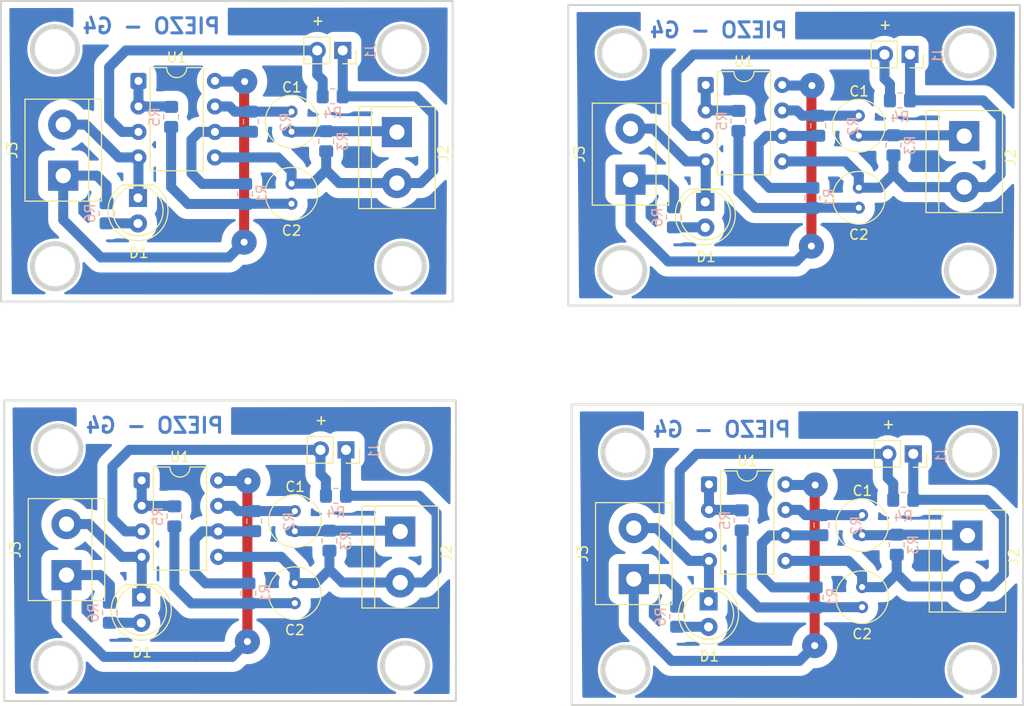
<source format=kicad_pcb>
(kicad_pcb (version 20241229) (generator "pcbnew") (generator_version "9.0")
  (layers (0 "F.Cu" signal) (2 "B.Cu" signal) (13 "F.Paste" user) (15 "B.Paste" user) (5 "F.SilkS" user "F.Silkscreen") (7 "B.SilkS" user "B.Silkscreen") (1 "F.Mask" user) (3 "B.Mask" user) (25 "Edge.Cuts" user))
  (net 0 "")
  (net 1 "Net-(C1-Pad1)")
  (net 2 "/GND")
  (net 3 "/FT_B+")
  (net 4 "/2,5V")
  (net 5 "Net-(U1A--)")
  (net 6 "/VOUT")
  (net 7 "/VOT_PB")
  (net 8 "Net-(D1-A)")
  (net 9 "Net-(U1B--)")
  (net 10 "/12V")
  (footprint "TerminalBlock:TerminalBlock_bornier-2_P5.08mm" (layer "F.Cu") (at 252.45 137.285 -90)
    (property "Reference" "J2")
    (property "Value" "SALIDA_B")
  )
  (footprint "Package_DIP:DIP-8_W7.62mm" (layer "F.Cu") (at 226.37 92.39)
    (property "Reference" "U1")
    (property "Value" "TL082")
  )
  (footprint "LED_THT:LED_D5.0mm" (layer "F.Cu") (at 226.65 143.85 -90)
    (property "Reference" "D1")
    (property "Value" "LED")
  )
  (footprint "Package_DIP:DIP-8_W7.62mm" (layer "F.Cu") (at 169.845 91.99)
    (property "Reference" "U1")
    (property "Value" "TL082")
  )
  (footprint "TerminalBlock:TerminalBlock_bornier-2_P5.08mm" (layer "F.Cu") (at 195.6 97.085 -90)
    (property "Reference" "J2")
    (property "Value" "SALIDA_B")
  )
  (footprint "Capacitor_THT:C_Radial_D5.0mm_H7.0mm_P2.00mm" (layer "F.Cu") (at 241.625 95.45 -90)
    (property "Reference" "C1")
    (property "Value" "100uF")
  )
  (footprint "Package_DIP:DIP-8_W7.62mm" (layer "F.Cu") (at 170.17 131.79)
    (property "Reference" "U1")
    (property "Value" "TL082")
  )
  (footprint "Capacitor_THT:C_Radial_D5.0mm_H7.0mm_P2.00mm" (layer "F.Cu") (at 241.95 142.425 -90)
    (property "Reference" "C2")
    (property "Value" "10uF")
  )
  (footprint "LED_THT:LED_D5.0mm" (layer "F.Cu") (at 169.8 103.65 -90)
    (property "Reference" "D1")
    (property "Value" "LED")
  )
  (footprint "Capacitor_THT:C_Radial_D5.0mm_H7.0mm_P2.00mm" (layer "F.Cu") (at 241.95 135.25 -90)
    (property "Reference" "C1")
    (property "Value" "100uF")
  )
  (footprint "TerminalBlock:TerminalBlock_bornier-2_P5.08mm" (layer "F.Cu") (at 162.675 141.225 90)
    (property "Reference" "J3")
    (property "Value" "ALIMENTACION_B")
  )
  (footprint "Capacitor_THT:C_Radial_D5.0mm_H7.0mm_P2.00mm" (layer "F.Cu") (at 185.425 134.85 -90)
    (property "Reference" "C1")
    (property "Value" "100uF")
  )
  (footprint "TerminalBlock:TerminalBlock_bornier-2_P5.08mm" (layer "F.Cu") (at 252.125 97.485 -90)
    (property "Reference" "J2")
    (property "Value" "SALIDA_B")
  )
  (footprint "Package_DIP:DIP-8_W7.62mm" (layer "F.Cu") (at 226.695 132.19)
    (property "Reference" "U1")
    (property "Value" "TL082")
  )
  (footprint "Capacitor_THT:C_Radial_D5.0mm_H7.0mm_P2.00mm" (layer "F.Cu") (at 241.625 102.625 -90)
    (property "Reference" "C2")
    (property "Value" "10uF")
  )
  (footprint "Capacitor_THT:C_Radial_D5.0mm_H7.0mm_P2.00mm" (layer "F.Cu") (at 185.425 142.025 -90)
    (property "Reference" "C2")
    (property "Value" "10uF")
  )
  (footprint "TerminalBlock:TerminalBlock_bornier-2_P5.08mm" (layer "F.Cu") (at 219.2 141.625 90)
    (property "Reference" "J3")
    (property "Value" "ALIMENTACION_B")
  )
  (footprint "Capacitor_THT:C_Radial_D5.0mm_H7.0mm_P2.00mm" (layer "F.Cu") (at 185.1 102.225 -90)
    (property "Reference" "C2")
    (property "Value" "10uF")
  )
  (footprint "Connector_PinSocket_2.54mm:PinSocket_1x02_P2.54mm_Vertical" (layer "F.Cu") (at 190.2 88.95 -90)
    (property "Reference" "J1")
    (property "Value" "PIEZO_B")
  )
  (footprint "TerminalBlock:TerminalBlock_bornier-2_P5.08mm" (layer "F.Cu") (at 195.925 136.885 -90)
    (property "Reference" "J2")
    (property "Value" "SALIDA_B")
  )
  (footprint "Connector_PinSocket_2.54mm:PinSocket_1x02_P2.54mm_Vertical" (layer "F.Cu") (at 246.725 89.35 -90)
    (property "Reference" "J1")
    (property "Value" "PIEZO_B")
  )
  (footprint "TerminalBlock:TerminalBlock_bornier-2_P5.08mm" (layer "F.Cu") (at 218.875 101.825 90)
    (property "Reference" "J3")
    (property "Value" "ALIMENTACION_B")
  )
  (footprint "Connector_PinSocket_2.54mm:PinSocket_1x02_P2.54mm_Vertical" (layer "F.Cu") (at 190.525 128.75 -90)
    (property "Reference" "J1")
    (property "Value" "PIEZO_B")
  )
  (footprint "Capacitor_THT:C_Radial_D5.0mm_H7.0mm_P2.00mm" (layer "F.Cu") (at 185.1 95.05 -90)
    (property "Reference" "C1")
    (property "Value" "100uF")
  )
  (footprint "Connector_PinSocket_2.54mm:PinSocket_1x02_P2.54mm_Vertical" (layer "F.Cu") (at 247.05 129.15 -90)
    (property "Reference" "J1")
    (property "Value" "PIEZO_B")
  )
  (footprint "TerminalBlock:TerminalBlock_bornier-2_P5.08mm" (layer "F.Cu") (at 162.35 101.425 90)
    (property "Reference" "J3")
    (property "Value" "ALIMENTACION_B")
  )
  (footprint "LED_THT:LED_D5.0mm" (layer "F.Cu") (at 226.325 104.05 -90)
    (property "Reference" "D1")
    (property "Value" "LED")
  )
  (footprint "LED_THT:LED_D5.0mm" (layer "F.Cu") (at 170.125 143.45 -90)
    (property "Reference" "D1")
    (property "Value" "LED")
  )
  (footprint "Resistor_SMD:R_0805_2012Metric_Pad1.20x1.40mm_HandSolder" (layer "B.Cu") (at 189.525 133.325)
    (property "Reference" "R4")
    (property "Value" "10M")
  )
  (footprint "Resistor_SMD:R_0805_2012Metric_Pad1.20x1.40mm_HandSolder" (layer "B.Cu") (at 188.55 98 90)
    (property "Reference" "R3")
    (property "Value" "10k")
  )
  (footprint "Resistor_SMD:R_0805_2012Metric_Pad1.20x1.40mm_HandSolder" (layer "B.Cu") (at 237.325 143.45 90)
    (property "Reference" "R1")
    (property "Value" "1k")
  )
  (footprint "Resistor_SMD:R_0805_2012Metric_Pad1.20x1.40mm_HandSolder" (layer "B.Cu") (at 173.1 95.575 -90)
    (property "Reference" "R5")
    (property "Value" "10k")
  )
  (footprint "Resistor_SMD:R_0805_2012Metric_Pad1.20x1.40mm_HandSolder" (layer "B.Cu") (at 188.875 137.8 90)
    (property "Reference" "R3")
    (property "Value" "10k")
  )
  (footprint "Resistor_SMD:R_0805_2012Metric_Pad1.20x1.40mm_HandSolder" (layer "B.Cu") (at 180.475 103.25 90)
    (property "Reference" "R1")
    (property "Value" "1k")
  )
  (footprint "Resistor_SMD:R_0805_2012Metric_Pad1.20x1.40mm_HandSolder" (layer "B.Cu") (at 246.05 133.725)
    (property "Reference" "R4")
    (property "Value" "10M")
  )
  (footprint "Resistor_SMD:R_0805_2012Metric_Pad1.20x1.40mm_HandSolder" (layer "B.Cu") (at 223.525 145.375 -90)
    (property "Reference" "R6")
    (property "Value" "10k")
  )
  (footprint "Resistor_SMD:R_0805_2012Metric_Pad1.20x1.40mm_HandSolder" (layer "B.Cu") (at 181.05 96.05 90)
    (property "Reference" "R2")
    (property "Value" "4.7k")
  )
  (footprint "Resistor_SMD:R_0805_2012Metric_Pad1.20x1.40mm_HandSolder" (layer "B.Cu") (at 237.9 136.25 90)
    (property "Reference" "R2")
    (property "Value" "4.7k")
  )
  (footprint "Resistor_SMD:R_0805_2012Metric_Pad1.20x1.40mm_HandSolder" (layer "B.Cu") (at 245.725 93.925)
    (property "Reference" "R4")
    (property "Value" "10M")
  )
  (footprint "Resistor_SMD:R_0805_2012Metric_Pad1.20x1.40mm_HandSolder" (layer "B.Cu") (at 167 144.975 -90)
    (property "Reference" "R6")
    (property "Value" "10k")
  )
  (footprint "Resistor_SMD:R_0805_2012Metric_Pad1.20x1.40mm_HandSolder" (layer "B.Cu") (at 245.075 98.4 90)
    (property "Reference" "R3")
    (property "Value" "10k")
  )
  (footprint "Resistor_SMD:R_0805_2012Metric_Pad1.20x1.40mm_HandSolder" (layer "B.Cu") (at 189.2 93.525)
    (property "Reference" "R4")
    (property "Value" "10M")
  )
  (footprint "Resistor_SMD:R_0805_2012Metric_Pad1.20x1.40mm_HandSolder" (layer "B.Cu") (at 229.95 135.775 -90)
    (property "Reference" "R5")
    (property "Value" "10k")
  )
  (footprint "Resistor_SMD:R_0805_2012Metric_Pad1.20x1.40mm_HandSolder" (layer "B.Cu") (at 245.4 138.2 90)
    (property "Reference" "R3")
    (property "Value" "10k")
  )
  (footprint "Resistor_SMD:R_0805_2012Metric_Pad1.20x1.40mm_HandSolder" (layer "B.Cu") (at 166.675 105.175 -90)
    (property "Reference" "R6")
    (property "Value" "10k")
  )
  (footprint "Resistor_SMD:R_0805_2012Metric_Pad1.20x1.40mm_HandSolder" (layer "B.Cu") (at 181.375 135.85 90)
    (property "Reference" "R2")
    (property "Value" "4.7k")
  )
  (footprint "Resistor_SMD:R_0805_2012Metric_Pad1.20x1.40mm_HandSolder" (layer "B.Cu") (at 237 103.65 90)
    (property "Reference" "R1")
    (property "Value" "1k")
  )
  (footprint "Resistor_SMD:R_0805_2012Metric_Pad1.20x1.40mm_HandSolder" (layer "B.Cu") (at 223.2 105.575 -90)
    (property "Reference" "R6")
    (property "Value" "10k")
  )
  (footprint "Resistor_SMD:R_0805_2012Metric_Pad1.20x1.40mm_HandSolder" (layer "B.Cu") (at 173.425 135.375 -90)
    (property "Reference" "R5")
    (property "Value" "10k")
  )
  (footprint "Resistor_SMD:R_0805_2012Metric_Pad1.20x1.40mm_HandSolder" (layer "B.Cu") (at 180.8 143.05 90)
    (property "Reference" "R1")
    (property "Value" "1k")
  )
  (footprint "Resistor_SMD:R_0805_2012Metric_Pad1.20x1.40mm_HandSolder" (layer "B.Cu") (at 229.625 95.975 -90)
    (property "Reference" "R5")
    (property "Value" "10k")
  )
  (footprint "Resistor_SMD:R_0805_2012Metric_Pad1.20x1.40mm_HandSolder" (layer "B.Cu") (at 237.575 96.45 90)
    (property "Reference" "R2")
    (property "Value" "4.7k")
  )
  (gr_circle (center 252.925 129.025) (end 255.175 129.025) (stroke (width 0.5)) (fill no) (layer "Edge.Cuts"))
  (gr_circle (center 161.85 150.25) (end 164.1 150.25) (stroke (width 0.5)) (fill no) (layer "Edge.Cuts"))
  (gr_circle (center 161.525 110.45) (end 163.775 110.45) (stroke (width 0.5)) (fill no) (layer "Edge.Cuts"))
  (gr_circle (center 196.075 110.45) (end 198.325 110.45) (stroke (width 0.5)) (fill no) (layer "Edge.Cuts"))
  (gr_rect (start 212.675 84.425) (end 257.675 114.375) (stroke (width 0.2)) (fill no) (layer "Edge.Cuts"))
  (gr_circle (center 161.85 128.625) (end 164.1 128.625) (stroke (width 0.5)) (fill no) (layer "Edge.Cuts"))
  (gr_circle (center 218.05 110.85) (end 220.3 110.85) (stroke (width 0.5)) (fill no) (layer "Edge.Cuts"))
  (gr_circle (center 196.075 88.825) (end 198.325 88.825) (stroke (width 0.5)) (fill no) (layer "Edge.Cuts"))
  (gr_rect (start 156.475 123.825) (end 201.475 153.775) (stroke (width 0.2)) (fill no) (layer "Edge.Cuts"))
  (gr_circle (center 218.375 129.025) (end 220.625 129.025) (stroke (width 0.5)) (fill no) (layer "Edge.Cuts"))
  (gr_circle (center 161.525 88.825) (end 163.775 88.825) (stroke (width 0.5)) (fill no) (layer "Edge.Cuts"))
  (gr_circle (center 252.925 150.65) (end 255.175 150.65) (stroke (width 0.5)) (fill no) (layer "Edge.Cuts"))
  (gr_circle (center 252.6 89.225) (end 254.85 89.225) (stroke (width 0.5)) (fill no) (layer "Edge.Cuts"))
  (gr_rect (start 213 124.225) (end 258 154.175) (stroke (width 0.2)) (fill no) (layer "Edge.Cuts"))
  (gr_circle (center 196.4 150.25) (end 198.65 150.25) (stroke (width 0.5)) (fill no) (layer "Edge.Cuts"))
  (gr_circle (center 218.375 150.65) (end 220.625 150.65) (stroke (width 0.5)) (fill no) (layer "Edge.Cuts"))
  (gr_circle (center 196.4 128.625) (end 198.65 128.625) (stroke (width 0.5)) (fill no) (layer "Edge.Cuts"))
  (gr_rect (start 156.15 84.025) (end 201.15 113.975) (stroke (width 0.2)) (fill no) (layer "Edge.Cuts"))
  (gr_circle (center 252.6 110.85) (end 254.85 110.85) (stroke (width 0.5)) (fill no) (layer "Edge.Cuts"))
  (gr_circle (center 218.05 89.225) (end 220.3 89.225) (stroke (width 0.5)) (fill no) (layer "Edge.Cuts"))
  (gr_text "PIEZO - G4" (at 178.475 127.2 0) (layer "B.Cu") (effects (font (size 1.5 1.5) (thickness 0.3) (bold yes)) (justify left bottom mirror)))
  (gr_text "PIEZO - G4" (at 235 127.6 0) (layer "B.Cu") (effects (font (size 1.5 1.5) (thickness 0.3) (bold yes)) (justify left bottom mirror)))
  (gr_text "PIEZO - G4" (at 178.15 87.4 0) (layer "B.Cu") (effects (font (size 1.5 1.5) (thickness 0.3) (bold yes)) (justify left bottom mirror)))
  (gr_text "PIEZO - G4" (at 234.675 87.8 0) (layer "B.Cu") (effects (font (size 1.5 1.5) (thickness 0.3) (bold yes)) (justify left bottom mirror)))
  (gr_text "+" (at 188.775 126.35 0) (layer "F.SilkS") (effects (font (size 1 1)) (justify left bottom mirror)))
  (gr_text "+" (at 245.3 126.75 0) (layer "F.SilkS") (effects (font (size 1 1)) (justify left bottom mirror)))
  (gr_text "+" (at 244.975 86.95 0) (layer "F.SilkS") (effects (font (size 1 1)) (justify left bottom mirror)))
  (gr_text "+" (at 188.45 86.55 0) (layer "F.SilkS") (effects (font (size 1 1)) (justify left bottom mirror)))
  (segment (start 181.05 95.05) (end 184.65 95.05) (width 1) (layer "B.Cu") (net 1))
  (segment (start 234.315 134.73) (end 235.78 134.73) (width 1) (layer "B.Cu") (net 1))
  (segment (start 181.375 134.85) (end 184.975 134.85) (width 1) (layer "B.Cu") (net 1))
  (segment (start 235.78 134.73) (end 236.3 135.25) (width 1) (layer "B.Cu") (net 1))
  (segment (start 237.575 95.45) (end 241.175 95.45) (width 1) (layer "B.Cu") (net 1))
  (segment (start 235.975 95.45) (end 237.575 95.45) (width 1) (layer "B.Cu") (net 1))
  (segment (start 178.93 94.53) (end 179.45 95.05) (width 1) (layer "B.Cu") (net 1))
  (segment (start 237.9 135.25) (end 241.5 135.25) (width 1) (layer "B.Cu") (net 1))
  (segment (start 177.79 134.33) (end 179.255 134.33) (width 1) (layer "B.Cu") (net 1))
  (segment (start 179.45 95.05) (end 181.05 95.05) (width 1) (layer "B.Cu") (net 1))
  (segment (start 235.455 94.93) (end 235.975 95.45) (width 1) (layer "B.Cu") (net 1))
  (segment (start 179.775 134.85) (end 181.375 134.85) (width 1) (layer "B.Cu") (net 1))
  (segment (start 179.255 134.33) (end 179.775 134.85) (width 1) (layer "B.Cu") (net 1))
  (segment (start 177.465 94.53) (end 178.93 94.53) (width 1) (layer "B.Cu") (net 1))
  (segment (start 233.99 94.93) (end 235.455 94.93) (width 1) (layer "B.Cu") (net 1))
  (segment (start 236.3 135.25) (end 237.9 135.25) (width 1) (layer "B.Cu") (net 1))
  (segment (start 226.37 100.01) (end 226.37 104) (width 1) (layer "B.Cu") (net 2))
  (segment (start 169.845 99.61) (end 169.845 103.6) (width 1) (layer "B.Cu") (net 2))
  (segment (start 164.62 96.345) (end 167.885 99.61) (width 1) (layer "B.Cu") (net 2))
  (segment (start 226.695 139.81) (end 226.695 143.8) (width 1) (layer "B.Cu") (net 2))
  (segment (start 219.2 136.545) (end 221.47 136.545) (width 1) (layer "B.Cu") (net 2))
  (segment (start 224.735 139.81) (end 226.695 139.81) (width 1) (layer "B.Cu") (net 2))
  (segment (start 218.875 96.745) (end 221.145 96.745) (width 1) (layer "B.Cu") (net 2))
  (segment (start 224.41 100.01) (end 226.37 100.01) (width 1) (layer "B.Cu") (net 2))
  (segment (start 221.145 96.745) (end 224.41 100.01) (width 1) (layer "B.Cu") (net 2))
  (segment (start 221.47 136.545) (end 224.735 139.81) (width 1) (layer "B.Cu") (net 2))
  (segment (start 168.21 139.41) (end 170.17 139.41) (width 1) (layer "B.Cu") (net 2))
  (segment (start 167.885 99.61) (end 169.845 99.61) (width 1) (layer "B.Cu") (net 2))
  (segment (start 162.675 136.145) (end 164.945 136.145) (width 1) (layer "B.Cu") (net 2))
  (segment (start 164.945 136.145) (end 168.21 139.41) (width 1) (layer "B.Cu") (net 2))
  (segment (start 170.17 139.41) (end 170.17 143.4) (width 1) (layer "B.Cu") (net 2))
  (segment (start 162.35 96.345) (end 164.62 96.345) (width 1) (layer "B.Cu") (net 2))
  (segment (start 187.985 128.75) (end 187.985 131.16) (width 1) (layer "B.Cu") (net 3))
  (segment (start 166.925 90.625) (end 168.6 88.95) (width 1) (layer "B.Cu") (net 3))
  (segment (start 166.925 95.775) (end 166.925 90.625) (width 1) (layer "B.Cu") (net 3))
  (segment (start 225.07 137.27) (end 223.775 135.975) (width 1) (layer "B.Cu") (net 3))
  (segment (start 223.775 130.825) (end 225.45 129.15) (width 1) (layer "B.Cu") (net 3))
  (segment (start 225.125 89.35) (end 244.185 89.35) (width 1) (layer "B.Cu") (net 3))
  (segment (start 225.45 129.15) (end 244.51 129.15) (width 1) (layer "B.Cu") (net 3))
  (segment (start 226.37 97.47) (end 224.745 97.47) (width 1) (layer "B.Cu") (net 3))
  (segment (start 244.51 129.15) (end 244.51 131.56) (width 1) (layer "B.Cu") (net 3))
  (segment (start 168.22 97.07) (end 166.925 95.775) (width 1) (layer "B.Cu") (net 3))
  (segment (start 188.525 131.7) (end 188.525 133.325) (width 1) (layer "B.Cu") (net 3))
  (segment (start 245.05 132.1) (end 245.05 133.725) (width 1) (layer "B.Cu") (net 3))
  (segment (start 187.66 91.36) (end 188.2 91.9) (width 1) (layer "B.Cu") (net 3))
  (segment (start 168.925 128.75) (end 187.985 128.75) (width 1) (layer "B.Cu") (net 3))
  (segment (start 170.17 136.87) (end 168.545 136.87) (width 1) (layer "B.Cu") (net 3))
  (segment (start 167.25 135.575) (end 167.25 130.425) (width 1) (layer "B.Cu") (net 3))
  (segment (start 167.25 130.425) (end 168.925 128.75) (width 1) (layer "B.Cu") (net 3))
  (segment (start 187.66 88.95) (end 187.66 91.36) (width 1) (layer "B.Cu") (net 3))
  (segment (start 188.2 91.9) (end 188.2 93.525) (width 1) (layer "B.Cu") (net 3))
  (segment (start 223.45 96.175) (end 223.45 91.025) (width 1) (layer "B.Cu") (net 3))
  (segment (start 244.51 131.56) (end 245.05 132.1) (width 1) (layer "B.Cu") (net 3))
  (segment (start 244.725 92.3) (end 244.725 93.925) (width 1) (layer "B.Cu") (net 3))
  (segment (start 168.545 136.87) (end 167.25 135.575) (width 1) (layer "B.Cu") (net 3))
  (segment (start 187.985 131.16) (end 188.525 131.7) (width 1) (layer "B.Cu") (net 3))
  (segment (start 169.845 97.07) (end 168.22 97.07) (width 1) (layer "B.Cu") (net 3))
  (segment (start 223.775 135.975) (end 223.775 130.825) (width 1) (layer "B.Cu") (net 3))
  (segment (start 168.6 88.95) (end 187.66 88.95) (width 1) (layer "B.Cu") (net 3))
  (segment (start 244.185 89.35) (end 244.185 91.76) (width 1) (layer "B.Cu") (net 3))
  (segment (start 224.745 97.47) (end 223.45 96.175) (width 1) (layer "B.Cu") (net 3))
  (segment (start 223.45 91.025) (end 225.125 89.35) (width 1) (layer "B.Cu") (net 3))
  (segment (start 226.695 137.27) (end 225.07 137.27) (width 1) (layer "B.Cu") (net 3))
  (segment (start 244.185 91.76) (end 244.725 92.3) (width 1) (layer "B.Cu") (net 3))
  (segment (start 190.165 141.965) (end 195.925 141.965) (width 1) (layer "B.Cu") (net 4))
  (segment (start 234.315 139.81) (end 240.585 139.81) (width 1) (layer "B.Cu") (net 4))
  (segment (start 254.325 133.725) (end 256.075 135.475) (width 1) (layer "B.Cu") (net 4))
  (segment (start 254 93.925) (end 255.75 95.675) (width 1) (layer "B.Cu") (net 4))
  (segment (start 197.8 133.325) (end 199.55 135.075) (width 1) (layer "B.Cu") (net 4))
  (segment (start 183.735 99.61) (end 185.1 100.975) (width 1) (layer "B.Cu") (net 4))
  (segment (start 254.81 142.365) (end 252.45 142.365) (width 1) (layer "B.Cu") (net 4))
  (segment (start 255.75 101.3) (end 254.485 102.565) (width 1) (layer "B.Cu") (net 4))
  (segment (start 190.525 128.75) (end 190.525 133.325) (width 1) (layer "B.Cu") (net 4))
  (segment (start 199.225 100.9) (end 197.96 102.165) (width 1) (layer "B.Cu") (net 4))
  (segment (start 245.075 101.275) (end 246.365 102.565) (width 1) (layer "B.Cu") (net 4))
  (segment (start 246.725 93.925) (end 254 93.925) (width 1) (layer "B.Cu") (net 4))
  (segment (start 256.075 141.1) (end 254.81 142.365) (width 1) (layer "B.Cu") (net 4))
  (segment (start 190.2 88.95) (end 190.2 93.525) (width 1) (layer "B.Cu") (net 4))
  (segment (start 240.26 100.01) (end 241.625 101.375) (width 1) (layer "B.Cu") (net 4))
  (segment (start 189.84 102.165) (end 195.6 102.165) (width 1) (layer "B.Cu") (net 4))
  (segment (start 188.875 140.675) (end 190.165 141.965) (width 1) (layer "B.Cu") (net 4))
  (segment (start 190.525 133.325) (end 197.8 133.325) (width 1) (layer "B.Cu") (net 4))
  (segment (start 188.55 99) (end 188.55 100.875) (width 1) (layer "B.Cu") (net 4))
  (segment (start 177.465 99.61) (end 183.735 99.61) (width 1) (layer "B.Cu") (net 4))
  (segment (start 198.285 141.965) (end 195.925 141.965) (width 1) (layer "B.Cu") (net 4))
  (segment (start 245.4 141.075) (end 246.69 142.365) (width 1) (layer "B.Cu") (net 4))
  (segment (start 247.05 133.725) (end 254.325 133.725) (width 1) (layer "B.Cu") (net 4))
  (segment (start 188.55 100.875) (end 189.84 102.165) (width 1) (layer "B.Cu") (net 4))
  (segment (start 190.2 93.525) (end 197.475 93.525) (width 1) (layer "B.Cu") (net 4))
  (segment (start 187.2 102.225) (end 188.55 100.875) (width 1) (layer "B.Cu") (net 4))
  (segment (start 246.365 102.565) (end 252.125 102.565) (width 1) (layer "B.Cu") (net 4))
  (segment (start 185.425 142.025) (end 187.525 142.025) (width 1) (layer "B.Cu") (net 4))
  (segment (start 255.75 95.675) (end 255.75 101.3) (width 1) (layer "B.Cu") (net 4))
  (segment (start 243.725 102.625) (end 245.075 101.275) (width 1) (layer "B.Cu") (net 4))
  (segment (start 254.485 102.565) (end 252.125 102.565) (width 1) (layer "B.Cu") (net 4))
  (segment (start 199.55 135.075) (end 199.55 140.7) (width 1) (layer "B.Cu") (net 4))
  (segment (start 241.625 101.375) (end 241.625 102.625) (width 1) (layer "B.Cu") (net 4))
  (segment (start 185.425 140.775) (end 185.425 142.025) (width 1) (layer "B.Cu") (net 4))
  (segment (start 199.55 140.7) (end 198.285 141.965) (width 1) (layer "B.Cu") (net 4))
  (segment (start 184.06 139.41) (end 185.425 140.775) (width 1) (layer "B.Cu") (net 4))
  (segment (start 187.525 142.025) (end 188.875 140.675) (width 1) (layer "B.Cu") (net 4))
  (segment (start 241.625 102.625) (end 243.725 102.625) (width 1) (layer "B.Cu") (net 4))
  (segment (start 185.1 100.975) (end 185.1 102.225) (width 1) (layer "B.Cu") (net 4))
  (segment (start 256.075 135.475) (end 256.075 141.1) (width 1) (layer "B.Cu") (net 4))
  (segment (start 241.95 142.425) (end 244.05 142.425) (width 1) (layer "B.Cu") (net 4))
  (segment (start 244.05 142.425) (end 245.4 141.075) (width 1) (layer "B.Cu") (net 4))
  (segment (start 233.99 100.01) (end 240.26 100.01) (width 1) (layer "B.Cu") (net 4))
  (segment (start 246.69 142.365) (end 252.45 142.365) (width 1) (layer "B.Cu") (net 4))
  (segment (start 245.075 99.4) (end 245.075 101.275) (width 1) (layer "B.Cu") (net 4))
  (segment (start 246.725 89.35) (end 246.725 93.925) (width 1) (layer "B.Cu") (net 4))
  (segment (start 177.79 139.41) (end 184.06 139.41) (width 1) (layer "B.Cu") (net 4))
  (segment (start 199.225 95.275) (end 199.225 100.9) (width 1) (layer "B.Cu") (net 4))
  (segment (start 245.4 139.2) (end 245.4 141.075) (width 1) (layer "B.Cu") (net 4))
  (segment (start 188.875 138.8) (end 188.875 140.675) (width 1) (layer "B.Cu") (net 4))
  (segment (start 185.1 102.225) (end 187.2 102.225) (width 1) (layer "B.Cu") (net 4))
  (segment (start 247.05 129.15) (end 247.05 133.725) (width 1) (layer "B.Cu") (net 4))
  (segment (start 240.585 139.81) (end 241.95 141.175) (width 1) (layer "B.Cu") (net 4))
  (segment (start 197.475 93.525) (end 199.225 95.275) (width 1) (layer "B.Cu") (net 4))
  (segment (start 241.95 141.175) (end 241.95 142.425) (width 1) (layer "B.Cu") (net 4))
  (segment (start 197.96 102.165) (end 195.6 102.165) (width 1) (layer "B.Cu") (net 4))
  (segment (start 226.37 94.93) (end 229.58 94.93) (width 1) (layer "B.Cu") (net 5))
  (segment (start 173.055 94.53) (end 173.1 94.575) (width 1) (layer "B.Cu") (net 5))
  (segment (start 170.17 131.79) (end 170.17 134.33) (width 1) (layer "B.Cu") (net 5))
  (segment (start 229.58 94.93) (end 229.625 94.975) (width 1) (layer "B.Cu") (net 5))
  (segment (start 173.38 134.33) (end 173.425 134.375) (width 1) (layer "B.Cu") (net 5))
  (segment (start 226.695 132.19) (end 226.695 134.73) (width 1) (layer "B.Cu") (net 5))
  (segment (start 169.845 94.53) (end 173.055 94.53) (width 1) (layer "B.Cu") (net 5))
  (segment (start 226.37 92.39) (end 226.37 94.93) (width 1) (layer "B.Cu") (net 5))
  (segment (start 170.17 134.33) (end 173.38 134.33) (width 1) (layer "B.Cu") (net 5))
  (segment (start 226.695 134.73) (end 229.905 134.73) (width 1) (layer "B.Cu") (net 5))
  (segment (start 229.905 134.73) (end 229.95 134.775) (width 1) (layer "B.Cu") (net 5))
  (segment (start 169.845 91.99) (end 169.845 94.53) (width 1) (layer "B.Cu") (net 5))
  (segment (start 195.515 97) (end 195.6 97.085) (width 1) (layer "B.Cu") (net 6))
  (segment (start 241.175 97.45) (end 245.15 97.45) (width 1) (layer "B.Cu") (net 6))
  (segment (start 184.975 136.85) (end 188.95 136.85) (width 1) (layer "B.Cu") (net 6))
  (segment (start 241.5 137.25) (end 245.475 137.25) (width 1) (layer "B.Cu") (net 6))
  (segment (start 245.4 137.2) (end 252.365 137.2) (width 1) (layer "B.Cu") (net 6))
  (segment (start 184.65 97.05) (end 188.625 97.05) (width 1) (layer "B.Cu") (net 6))
  (segment (start 252.365 137.2) (end 252.45 137.285) (width 1) (layer "B.Cu") (net 6))
  (segment (start 195.84 136.8) (end 195.925 136.885) (width 1) (layer "B.Cu") (net 6))
  (segment (start 245.075 97.4) (end 252.04 97.4) (width 1) (layer "B.Cu") (net 6))
  (segment (start 252.04 97.4) (end 252.125 97.485) (width 1) (layer "B.Cu") (net 6))
  (segment (start 188.55 97) (end 195.515 97) (width 1) (layer "B.Cu") (net 6))
  (segment (start 188.875 136.8) (end 195.84 136.8) (width 1) (layer "B.Cu") (net 6))
  (segment (start 237.325 144.45) (end 231.625 144.45) (width 1) (layer "B.Cu") (net 7))
  (segment (start 180.475 104.25) (end 174.775 104.25) (width 1) (layer "B.Cu") (net 7))
  (segment (start 173.1 102.575) (end 173.1 96.575) (width 1) (layer "B.Cu") (net 7))
  (segment (start 185.1 104.225) (end 180.5 104.225) (width 1) (layer "B.Cu") (net 7))
  (segment (start 180.5 104.225) (end 180.475 104.25) (width 1) (layer "B.Cu") (net 7))
  (segment (start 241.95 144.425) (end 237.35 144.425) (width 1) (layer "B.Cu") (net 7))
  (segment (start 180.8 144.05) (end 175.1 144.05) (width 1) (layer "B.Cu") (net 7))
  (segment (start 174.775 104.25) (end 173.1 102.575) (width 1) (layer "B.Cu") (net 7))
  (segment (start 237 104.65) (end 231.3 104.65) (width 1) (layer "B.Cu") (net 7))
  (segment (start 175.1 144.05) (end 173.425 142.375) (width 1) (layer "B.Cu") (net 7))
  (segment (start 237.35 144.425) (end 237.325 144.45) (width 1) (layer "B.Cu") (net 7))
  (segment (start 173.425 142.375) (end 173.425 136.375) (width 1) (layer "B.Cu") (net 7))
  (segment (start 185.425 144.025) (end 180.825 144.025) (width 1) (layer "B.Cu") (net 7))
  (segment (start 237.025 104.625) (end 237 104.65) (width 1) (layer "B.Cu") (net 7))
  (segment (start 241.625 104.625) (end 237.025 104.625) (width 1) (layer "B.Cu") (net 7))
  (segment (start 229.95 142.775) (end 229.95 136.775) (width 1) (layer "B.Cu") (net 7))
  (segment (start 231.625 144.45) (end 229.95 142.775) (width 1) (layer "B.Cu") (net 7))
  (segment (start 180.825 144.025) (end 180.8 144.05) (width 1) (layer "B.Cu") (net 7))
  (segment (start 229.625 102.975) (end 229.625 96.975) (width 1) (layer "B.Cu") (net 7))
  (segment (start 231.3 104.65) (end 229.625 102.975) (width 1) (layer "B.Cu") (net 7))
  (segment (start 223.525 146.375) (end 226.635 146.375) (width 1) (layer "B.Cu") (net 8))
  (segment (start 169.785 106.175) (end 169.8 106.19) (width 1) (layer "B.Cu") (net 8))
  (segment (start 226.285 106.55) (end 226.325 106.59) (width 1) (layer "B.Cu") (net 8))
  (segment (start 166.675 106.175) (end 169.785 106.175) (width 1) (layer "B.Cu") (net 8))
  (segment (start 170.085 145.95) (end 170.125 145.99) (width 1) (layer "B.Cu") (net 8))
  (segment (start 167 145.975) (end 170.11 145.975) (width 1) (layer "B.Cu") (net 8))
  (segment (start 226.635 146.375) (end 226.65 146.39) (width 1) (layer "B.Cu") (net 8))
  (segment (start 169.76 106.15) (end 169.8 106.19) (width 1) (layer "B.Cu") (net 8))
  (segment (start 226.61 146.35) (end 226.65 146.39) (width 1) (layer "B.Cu") (net 8))
  (segment (start 223.2 106.575) (end 226.31 106.575) (width 1) (layer "B.Cu") (net 8))
  (segment (start 170.11 145.975) (end 170.125 145.99) (width 1) (layer "B.Cu") (net 8))
  (segment (start 226.31 106.575) (end 226.325 106.59) (width 1) (layer "B.Cu") (net 8))
  (segment (start 175.45 137.65) (end 176.23 136.87) (width 1) (layer "B.Cu") (net 9))
  (segment (start 180.475 102.25) (end 176.2 102.25) (width 1) (layer "B.Cu") (net 9))
  (segment (start 231.65 101.575) (end 231.65 98.25) (width 1) (layer "B.Cu") (net 9))
  (segment (start 233.99 97.47) (end 237.555 97.47) (width 1) (layer "B.Cu") (net 9))
  (segment (start 237.88 137.27) (end 237.9 137.25) (width 1) (layer "B.Cu") (net 9))
  (segment (start 231.65 98.25) (end 232.43 97.47) (width 1) (layer "B.Cu") (net 9))
  (segment (start 175.45 140.975) (end 175.45 137.65) (width 1) (layer "B.Cu") (net 9))
  (segment (start 176.525 142.05) (end 175.45 140.975) (width 1) (layer "B.Cu") (net 9))
  (segment (start 237.555 97.47) (end 237.575 97.45) (width 1) (layer "B.Cu") (net 9))
  (segment (start 177.465 97.07) (end 181.03 97.07) (width 1) (layer "B.Cu") (net 9))
  (segment (start 177.79 136.87) (end 181.355 136.87) (width 1) (layer "B.Cu") (net 9))
  (segment (start 176.23 136.87) (end 177.79 136.87) (width 1) (layer "B.Cu") (net 9))
  (segment (start 175.905 97.07) (end 177.465 97.07) (width 1) (layer "B.Cu") (net 9))
  (segment (start 237.325 142.45) (end 233.05 142.45) (width 1) (layer "B.Cu") (net 9))
  (segment (start 231.975 141.375) (end 231.975 138.05) (width 1) (layer "B.Cu") (net 9))
  (segment (start 175.125 101.175) (end 175.125 97.85) (width 1) (layer "B.Cu") (net 9))
  (segment (start 233.05 142.45) (end 231.975 141.375) (width 1) (layer "B.Cu") (net 9))
  (segment (start 234.315 137.27) (end 237.88 137.27) (width 1) (layer "B.Cu") (net 9))
  (segment (start 176.2 102.25) (end 175.125 101.175) (width 1) (layer "B.Cu") (net 9))
  (segment (start 181.355 136.87) (end 181.375 136.85) (width 1) (layer "B.Cu") (net 9))
  (segment (start 175.125 97.85) (end 175.905 97.07) (width 1) (layer "B.Cu") (net 9))
  (segment (start 232.755 137.27) (end 234.315 137.27) (width 1) (layer "B.Cu") (net 9))
  (segment (start 232.725 102.65) (end 231.65 101.575) (width 1) (layer "B.Cu") (net 9))
  (segment (start 232.43 97.47) (end 233.99 97.47) (width 1) (layer "B.Cu") (net 9))
  (segment (start 237 102.65) (end 232.725 102.65) (width 1) (layer "B.Cu") (net 9))
  (segment (start 181.03 97.07) (end 181.05 97.05) (width 1) (layer "B.Cu") (net 9))
  (segment (start 231.975 138.05) (end 232.755 137.27) (width 1) (layer "B.Cu") (net 9))
  (segment (start 180.8 142.05) (end 176.525 142.05) (width 1) (layer "B.Cu") (net 9))
  (segment (start 237.225 148.25) (end 237.225 132.3) (width 1) (layer "F.Cu") (net 10))
  (segment (start 180.375 92.1) (end 180.425 92.05) (width 1) (layer "F.Cu") (net 10))
  (segment (start 237.225 132.3) (end 237.275 132.25) (width 1) (layer "F.Cu") (net 10))
  (segment (start 180.7 147.85) (end 180.7 131.9) (width 1) (layer "F.Cu") (net 10))
  (segment (start 236.9 92.5) (end 236.95 92.45) (width 1) (layer "F.Cu") (net 10))
  (segment (start 236.9 108.45) (end 236.9 92.5) (width 1) (layer "F.Cu") (net 10))
  (segment (start 180.7 131.9) (end 180.75 131.85) (width 1) (layer "F.Cu") (net 10))
  (segment (start 180.375 108.05) (end 180.375 92.1) (width 1) (layer "F.Cu") (net 10))
  (via (at 236.95 92.45) (size 2.5) (drill 0.7) (layers "F.Cu" "B.Cu") (net 10))
  (via (at 180.375 108.05) (size 2.5) (drill 0.7) (layers "F.Cu" "B.Cu") (net 10))
  (via (at 180.7 147.85) (size 2.5) (drill 0.7) (layers "F.Cu" "B.Cu") (net 10))
  (via (at 237.275 132.25) (size 2.5) (drill 0.7) (layers "F.Cu" "B.Cu") (net 10))
  (via (at 236.9 108.45) (size 2.5) (drill 0.7) (layers "F.Cu" "B.Cu") (net 10))
  (via (at 237.225 148.25) (size 2.5) (drill 0.7) (layers "F.Cu" "B.Cu") (net 10))
  (via (at 180.425 92.05) (size 2.5) (drill 0.7) (layers "F.Cu" "B.Cu") (net 10))
  (via (at 180.75 131.85) (size 2.5) (drill 0.7) (layers "F.Cu" "B.Cu") (net 10))
  (segment (start 223.2 102.8) (end 223.2 104.575) (width 1) (layer "B.Cu") (net 10))
  (segment (start 167 142.2) (end 167 143.975) (width 1) (layer "B.Cu") (net 10))
  (segment (start 162.675 145.625) (end 166.425 149.375) (width 1) (layer "B.Cu") (net 10))
  (segment (start 175.275 109.575) (end 178.85 109.575) (width 1) (layer "B.Cu") (net 10))
  (segment (start 218.875 105.75) (end 218.875 106.225) (width 1) (layer "B.Cu") (net 10))
  (segment (start 178.85 109.575) (end 180.375 108.05) (width 1) (layer "B.Cu") (net 10))
  (segment (start 219.2 146.025) (end 222.95 149.775) (width 1) (layer "B.Cu") (net 10))
  (segment (start 222.95 149.775) (end 232.125 149.775) (width 1) (layer "B.Cu") (net 10))
  (segment (start 162.675 141.225) (end 162.675 145.15) (width 1) (layer "B.Cu") (net 10))
  (segment (start 180.75 131.85) (end 177.85 131.85) (width 1) (layer "B.Cu") (net 10))
  (segment (start 236.95 92.45) (end 234.05 92.45) (width 1) (layer "B.Cu") (net 10))
  (segment (start 162.35 101.425) (end 165.7 101.425) (width 1) (layer "B.Cu") (net 10))
  (segment (start 219.2 141.625) (end 219.2 145.55) (width 1) (layer "B.Cu") (net 10))
  (segment (start 166.675 102.4) (end 166.675 104.175) (width 1) (layer "B.Cu") (net 10))
  (segment (start 235.375 109.975) (end 236.9 108.45) (width 1) (layer "B.Cu") (net 10))
  (segment (start 218.875 101.825) (end 218.875 105.75) (width 1) (layer "B.Cu") (net 10))
  (segment (start 162.35 105.825) (end 166.1 109.575) (width 1) (layer "B.Cu") (net 10))
  (segment (start 162.35 101.425) (end 162.35 105.35) (width 1) (layer "B.Cu") (net 10))
  (segment (start 222.625 109.975) (end 231.8 109.975) (width 1) (layer "B.Cu") (net 10))
  (segment (start 162.35 105.35) (end 162.35 105.825) (width 1) (layer "B.Cu") (net 10))
  (segment (start 179.175 149.375) (end 180.7 147.85) (width 1) (layer "B.Cu") (net 10))
  (segment (start 166.025 141.225) (end 167 142.2) (width 1) (layer "B.Cu") (net 10))
  (segment (start 218.875 101.825) (end 222.225 101.825) (width 1) (layer "B.Cu") (net 10))
  (segment (start 231.8 109.975) (end 235.375 109.975) (width 1) (layer "B.Cu") (net 10))
  (segment (start 232.125 149.775) (end 235.7 149.775) (width 1) (layer "B.Cu") (net 10))
  (segment (start 219.2 145.55) (end 219.2 146.025) (width 1) (layer "B.Cu") (net 10))
  (segment (start 177.525 92.05) (end 177.465 91.99) (width 1) (layer "B.Cu") (net 10))
  (segment (start 222.55 141.625) (end 223.525 142.6) (width 1) (layer "B.Cu") (net 10))
  (segment (start 234.375 132.25) (end 234.315 132.19) (width 1) (layer "B.Cu") (net 10))
  (segment (start 166.1 109.575) (end 175.275 109.575) (width 1) (layer "B.Cu") (net 10))
  (segment (start 162.675 141.225) (end 166.025 141.225) (width 1) (layer "B.Cu") (net 10))
  (segment (start 175.6 149.375) (end 179.175 149.375) (width 1) (layer "B.Cu") (net 10))
  (segment (start 237.275 132.25) (end 234.375 132.25) (width 1) (layer "B.Cu") (net 10))
  (segment (start 177.85 131.85) (end 177.79 131.79) (width 1) (layer "B.Cu") (net 10))
  (segment (start 218.875 106.225) (end 222.625 109.975) (width 1) (layer "B.Cu") (net 10))
  (segment (start 234.05 92.45) (end 233.99 92.39) (width 1) (layer "B.Cu") (net 10))
  (segment (start 223.525 142.6) (end 223.525 144.375) (width 1) (layer "B.Cu") (net 10))
  (segment (start 219.2 141.625) (end 222.55 141.625) (width 1) (layer "B.Cu") (net 10))
  (segment (start 162.675 145.15) (end 162.675 145.625) (width 1) (layer "B.Cu") (net 10))
  (segment (start 235.7 149.775) (end 237.225 148.25) (width 1) (layer "B.Cu") (net 10))
  (segment (start 166.425 149.375) (end 175.6 149.375) (width 1) (layer "B.Cu") (net 10))
  (segment (start 165.7 101.425) (end 166.675 102.4) (width 1) (layer "B.Cu") (net 10))
  (segment (start 180.425 92.05) (end 177.525 92.05) (width 1) (layer "B.Cu") (net 10))
  (segment (start 222.225 101.825) (end 223.2 102.8) (width 1) (layer "B.Cu") (net 10))
  (zone (net 0) (net_name "") (layer "B.Cu") (connect_pads (clearance 1)) (min_thickness 0.25) (fill yes (thermal_gap 0.5) (thermal_bridge_width 0.5) (island_removal_mode 1) (island_area_min 10))
    (polygon (pts (xy 156.95 84.725) (xy 200.65 84.675) (xy 200.525 113.275) (xy 157.225 113.25) (xy 156.975 84.775)))
  )
  (zone (net 0) (net_name "") (layer "B.Cu") (connect_pads (clearance 1)) (min_thickness 0.25) (fill yes (thermal_gap 0.5) (thermal_bridge_width 0.5) (island_removal_mode 1) (island_area_min 10))
    (polygon (pts (xy 213.475 85.125) (xy 257.175 85.075) (xy 257.05 113.675) (xy 213.75 113.65) (xy 213.5 85.175)))
  )
  (zone (net 0) (net_name "") (layer "B.Cu") (connect_pads (clearance 1)) (min_thickness 0.25) (fill yes (thermal_gap 0.5) (thermal_bridge_width 0.5) (island_removal_mode 1) (island_area_min 10))
    (polygon (pts (xy 157.275 124.525) (xy 200.975 124.475) (xy 200.85 153.075) (xy 157.55 153.05) (xy 157.3 124.575)))
  )
  (zone (net 0) (net_name "") (layer "B.Cu") (connect_pads (clearance 1)) (min_thickness 0.25) (fill yes (thermal_gap 0.5) (thermal_bridge_width 0.5) (island_removal_mode 1) (island_area_min 10))
    (polygon (pts (xy 213.8 124.925) (xy 257.5 124.875) (xy 257.375 153.475) (xy 214.075 153.45) (xy 213.825 124.975)))
  )
)
</source>
